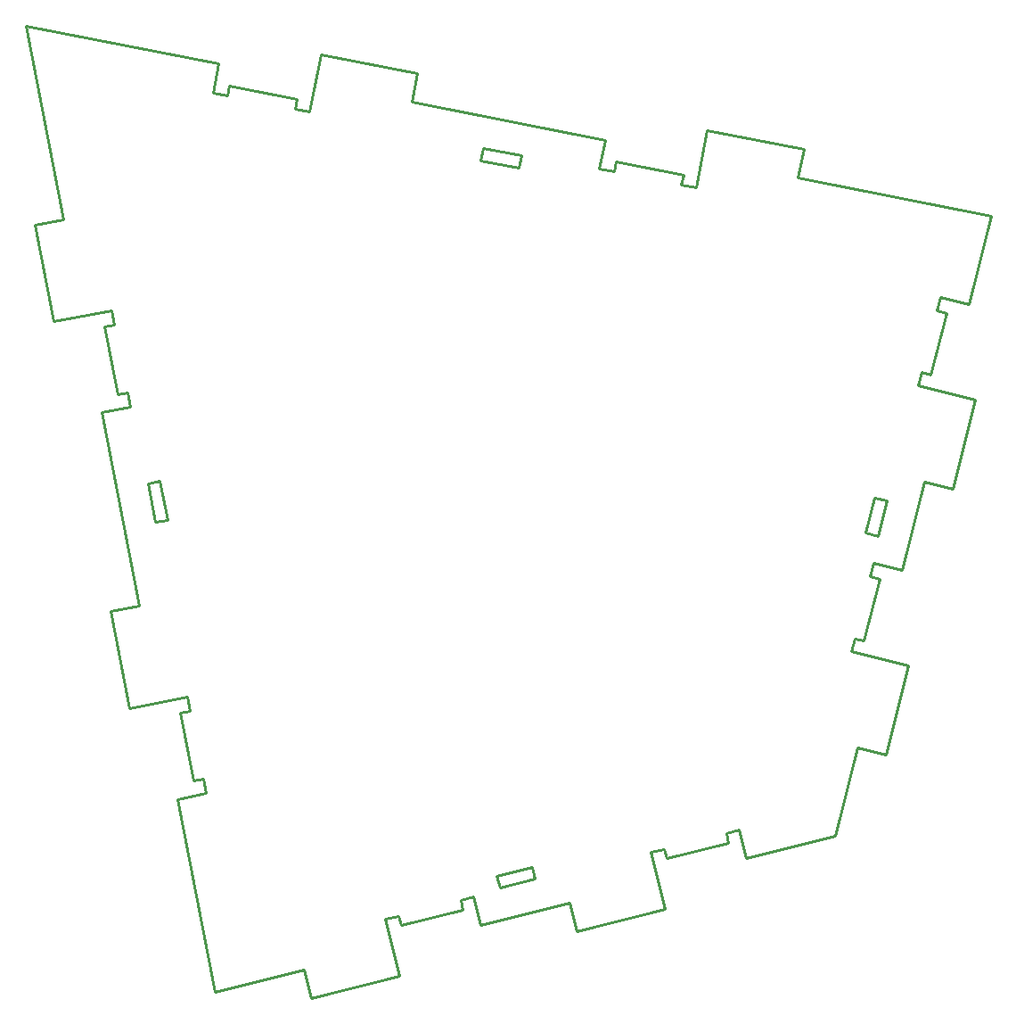
<source format=gm1>
G04 #@! TF.GenerationSoftware,KiCad,Pcbnew,5.1.4+dfsg1-1*
G04 #@! TF.CreationDate,2019-11-16T18:33:33+01:00*
G04 #@! TF.ProjectId,LED-Polyhedron,4c45442d-506f-46c7-9968-6564726f6e2e,rev?*
G04 #@! TF.SameCoordinates,Original*
G04 #@! TF.FileFunction,Profile,NP*
%FSLAX46Y46*%
G04 Gerber Fmt 4.6, Leading zero omitted, Abs format (unit mm)*
G04 Created by KiCad (PCBNEW 5.1.4+dfsg1-1) date 2019-11-16 18:33:33*
%MOMM*%
%LPD*%
G04 APERTURE LIST*
%ADD10C,0.254000*%
G04 APERTURE END LIST*
D10*
X48110140Y-79814420D02*
X48110140Y-79814420D01*
X44739560Y-80662780D02*
X48110140Y-79814420D01*
X45039280Y-81826100D02*
X44739560Y-80662780D01*
X48399700Y-80980280D02*
X45039280Y-81826100D01*
X48110140Y-79814420D02*
X48399700Y-80980280D01*
X80662780Y-44749720D02*
X80662780Y-44749720D01*
X79814420Y-48110140D02*
X80662780Y-44749720D01*
X80980280Y-48409860D02*
X79814420Y-48110140D01*
X81826100Y-45039280D02*
X80980280Y-48409860D01*
X80662780Y-44749720D02*
X81826100Y-45039280D01*
X12760960Y-43213020D02*
X12760960Y-43213020D01*
X11587480Y-43451780D02*
X12760960Y-43213020D01*
X12311380Y-47111920D02*
X11587480Y-43451780D01*
X13484860Y-46883320D02*
X12311380Y-47111920D01*
X12760960Y-43213020D02*
X13484860Y-46883320D01*
X43444160Y-11587480D02*
X43444160Y-11587480D01*
X43213020Y-12768580D02*
X43444160Y-11587480D01*
X46890940Y-13484860D02*
X43213020Y-12768580D01*
X47122080Y-12301220D02*
X46890940Y-13484860D01*
X43444160Y-11587480D02*
X47122080Y-12301220D01*
X0Y0D02*
X0Y0D01*
X18343880Y-3596640D02*
X0Y0D01*
X17805400Y-6332220D02*
X18343880Y-3596640D01*
X19182080Y-6604000D02*
X17805400Y-6332220D01*
X19367500Y-5687060D02*
X19182080Y-6604000D01*
X25786080Y-6949440D02*
X19367500Y-5687060D01*
X25600660Y-7866380D02*
X25786080Y-6949440D01*
X26977340Y-8130540D02*
X25600660Y-7866380D01*
X28054300Y-2672080D02*
X26977340Y-8130540D01*
X37226240Y-4470400D02*
X28054300Y-2672080D01*
X36687760Y-7203440D02*
X37226240Y-4470400D01*
X55031640Y-10802620D02*
X36687760Y-7203440D01*
X54493160Y-13535660D02*
X55031640Y-10802620D01*
X55869840Y-13809980D02*
X54493160Y-13535660D01*
X56055260Y-12893040D02*
X55869840Y-13809980D01*
X62476380Y-14152880D02*
X56055260Y-12893040D01*
X62298580Y-15062200D02*
X62476380Y-14152880D01*
X63675260Y-15336520D02*
X62298580Y-15062200D01*
X64742060Y-9875520D02*
X63675260Y-15336520D01*
X73914000Y-11676380D02*
X64742060Y-9875520D01*
X73375520Y-14409420D02*
X73914000Y-11676380D01*
X91721940Y-18008600D02*
X73375520Y-14409420D01*
X89603580Y-26421080D02*
X91721940Y-18008600D01*
X86906100Y-25742900D02*
X89603580Y-26421080D01*
X86588600Y-27005280D02*
X86906100Y-25742900D01*
X87487760Y-27233880D02*
X86588600Y-27005280D01*
X86006940Y-33116520D02*
X87487760Y-27233880D01*
X85107780Y-32895540D02*
X86006940Y-33116520D01*
X84790280Y-34155380D02*
X85107780Y-32895540D01*
X90187780Y-35514280D02*
X84790280Y-34155380D01*
X35514280Y-90187780D02*
X34155380Y-84790280D01*
X27101800Y-92303600D02*
X35514280Y-90187780D01*
X26421080Y-89603580D02*
X27101800Y-92303600D01*
X18008600Y-91721940D02*
X26421080Y-89603580D01*
X14409420Y-73375520D02*
X18008600Y-91721940D01*
X68480940Y-79011780D02*
X76895960Y-76895960D01*
X67802760Y-76314300D02*
X68480940Y-79011780D01*
X66540380Y-76631800D02*
X67802760Y-76314300D01*
X66771520Y-77530960D02*
X66540380Y-76631800D01*
X60878720Y-79011780D02*
X66771520Y-77530960D01*
X60650120Y-78112620D02*
X60878720Y-79011780D01*
X59390280Y-78430120D02*
X60650120Y-78112620D01*
X60746640Y-83827620D02*
X59390280Y-78430120D01*
X52341780Y-85953600D02*
X60746640Y-83827620D01*
X51663600Y-83253580D02*
X52341780Y-85953600D01*
X43248580Y-85371940D02*
X51663600Y-83253580D01*
X42570400Y-82671920D02*
X43248580Y-85371940D01*
X15608300Y-65051940D02*
X14701520Y-65227200D01*
X17134840Y-72847200D02*
X14409420Y-73375520D01*
X16870680Y-71470520D02*
X17134840Y-72847200D01*
X15953740Y-71648320D02*
X16870680Y-71470520D01*
X14701520Y-65227200D02*
X15953740Y-71648320D01*
X15336520Y-63675260D02*
X15608300Y-65051940D01*
X9664700Y-34775140D02*
X9928860Y-36149280D01*
X41308020Y-82989420D02*
X42570400Y-82671920D01*
X41529000Y-83888580D02*
X41308020Y-82989420D01*
X35646360Y-85371940D02*
X41529000Y-83888580D01*
X35417760Y-84472780D02*
X35646360Y-85371940D01*
X34155380Y-84790280D02*
X35417760Y-84472780D01*
X7203440Y-36687760D02*
X10802620Y-55031640D01*
X8077200Y-55570120D02*
X9875520Y-64742060D01*
X9875520Y-64742060D02*
X15336520Y-63675260D01*
X9928860Y-36149280D02*
X7203440Y-36687760D01*
X8755380Y-34958020D02*
X9664700Y-34775140D01*
X10802620Y-55031640D02*
X8077200Y-55570120D01*
X0Y0D02*
X3596640Y-18343880D01*
X88069420Y-43929300D02*
X90187780Y-35514280D01*
X85371940Y-43248580D02*
X88069420Y-43929300D01*
X83253580Y-51663600D02*
X85371940Y-43248580D01*
X80556100Y-50975260D02*
X83253580Y-51663600D01*
X80238600Y-52245260D02*
X80556100Y-50975260D01*
X81137760Y-52466240D02*
X80238600Y-52245260D01*
X79656940Y-58356500D02*
X81137760Y-52466240D01*
X78757780Y-58127900D02*
X79656940Y-58356500D01*
X78430120Y-59390280D02*
X78757780Y-58127900D01*
X83827620Y-60746640D02*
X78430120Y-59390280D01*
X81711800Y-69161660D02*
X83827620Y-60746640D01*
X79011780Y-68480940D02*
X81711800Y-69161660D01*
X76895960Y-76895960D02*
X79011780Y-68480940D01*
X871220Y-18882360D02*
X2672080Y-28054300D01*
X8130540Y-26977340D02*
X8404860Y-28354020D01*
X8404860Y-28354020D02*
X7495540Y-28539440D01*
X2672080Y-28054300D02*
X8130540Y-26977340D01*
X7495540Y-28539440D02*
X8755380Y-34958020D01*
X3596640Y-18343880D02*
X871220Y-18882360D01*
M02*

</source>
